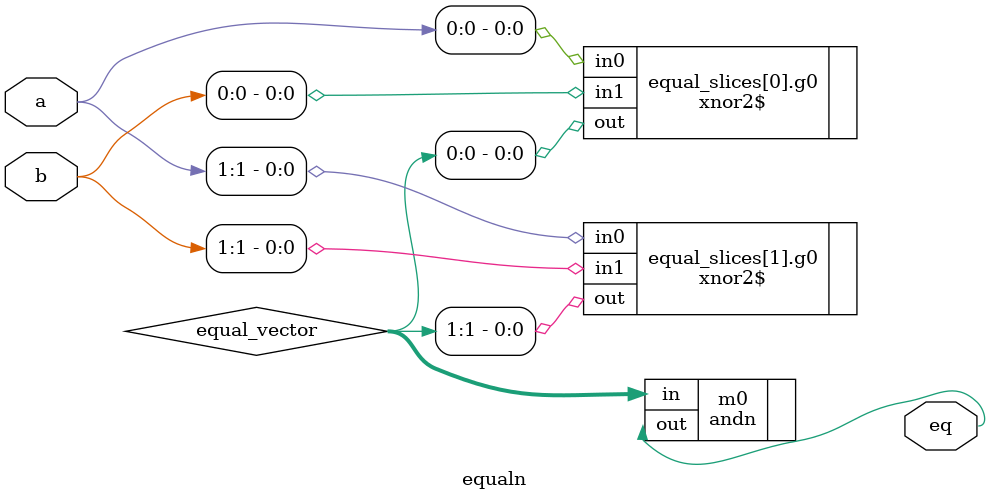
<source format=v>
module equaln #(parameter WIDTH=2) (input [WIDTH-1:0] a, b,
                                    output eq);

    wire [WIDTH-1:0] equal_vector;

    genvar i;
    generate
        for (i = 0; i < WIDTH; i = i + 1) begin : equal_slices
            xnor2$ g0(.out(equal_vector[i]), .in0(a[i]), .in1(b[i]));
        end
    endgenerate

    andn #(.NUM_INPUTS(WIDTH)) m0(.in(equal_vector), .out(eq));

endmodule
</source>
